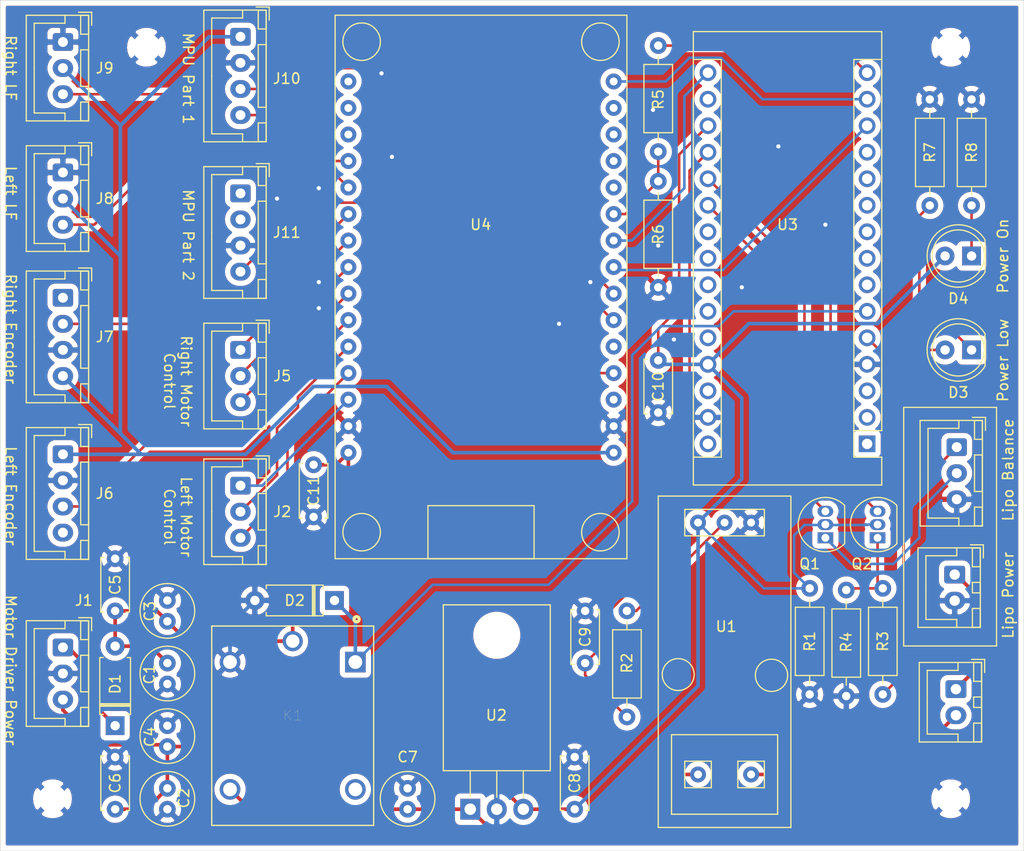
<source format=kicad_pcb>
(kicad_pcb (version 20171130) (host pcbnew 5.1.6-c6e7f7d~86~ubuntu18.04.1)
  (layers (0 F.Cu signal) (31 B.Cu signal hide) (34 B.Paste user hide) (35 F.Paste user hide) (36 B.SilkS user) (37 F.SilkS user) (38 B.Mask user) (39 F.Mask user) (44 Edge.Cuts user))
  (net 0 "")
  (net 1 GND)
  (net 2 +5V)
  (net 3 +BATT)
  (net 4 "Net-(K1-PadNC)")
  (net 5 /LIPO_7.4V_AIN)
  (net 6 /POWER_LOW_OUT)
  (net 7 /LIPO_3.7V_AIN)
  (net 8 /CURRENT_AIN)
  (net 9 +3V3)
  (net 10 /MOTOR_VIN)
  (net 11 /MCU_INT)
  (net 12 "Net-(J11-Pad2)")
  (net 13 "Net-(J11-Pad1)")
  (net 14 /LIPO_3.7V)
  (net 15 /LIPO_7.4V)
  (net 16 /RIGHT_LF_OUT)
  (net 17 /RIGHT_ENC_OUT)
  (net 18 /RIGHT_MOTOR_EN)
  (net 19 /RIGHT_MOTOR_IN1)
  (net 20 /RIGHT_MOTOR_IN2)
  (net 21 /LEFT_MOTOR_IN1)
  (net 22 /LEFT_MOTOR_IN2)
  (net 23 /LEFT_MOTOR_EN)
  (net 24 /LEFT_ENC_OUT)
  (net 25 /LEFT_LF_OUT)
  (net 26 /SPI_SCK)
  (net 27 /SPI_MISO_5V)
  (net 28 /SPI_MOSI)
  (net 29 /SPI_SS)
  (net 30 /SPI_MISO_3V3)
  (net 31 /MPU_SCL)
  (net 32 /MPU_SDA)
  (net 33 VCC)
  (net 34 "Net-(SW1-Pad2)")
  (net 35 "Net-(BT1-Pad1)")
  (net 36 "Net-(U4-Pad28)")
  (net 37 "Net-(U4-Pad26)")
  (net 38 "Net-(U4-Pad3)")
  (net 39 "Net-(U4-Pad2)")
  (net 40 "Net-(U4-Pad1)")
  (net 41 /RELAY_CONTROL)
  (net 42 /CURRENT_MEASUREMENT)
  (net 43 "Net-(D3-Pad1)")
  (net 44 "Net-(D4-Pad1)")
  (net 45 "Net-(J6-Pad4)")
  (net 46 "Net-(J7-Pad1)")
  (net 47 "Net-(Q2-Pad1)")
  (net 48 "Net-(U3-Pad30)")
  (net 49 "Net-(U3-Pad28)")
  (net 50 "Net-(U3-Pad12)")
  (net 51 "Net-(U3-Pad11)")
  (net 52 "Net-(U3-Pad26)")
  (net 53 "Net-(U3-Pad10)")
  (net 54 "Net-(U3-Pad25)")
  (net 55 "Net-(U3-Pad9)")
  (net 56 "Net-(U3-Pad24)")
  (net 57 "Net-(U3-Pad8)")
  (net 58 "Net-(U3-Pad23)")
  (net 59 "Net-(U3-Pad7)")
  (net 60 "Net-(U3-Pad22)")
  (net 61 "Net-(U3-Pad3)")
  (net 62 "Net-(U3-Pad2)")
  (net 63 "Net-(U3-Pad17)")
  (net 64 "Net-(U3-Pad1)")
  (net 65 "Net-(U4-Pad29)")
  (net 66 "Net-(U4-Pad27)")
  (net 67 "Net-(U4-Pad20)")
  (net 68 "Net-(U4-Pad18)")
  (module Module:Arduino_Nano (layer F.Cu) (at 102 62 180)
    (fp_text reference U3 (at 7.62 21) (layer F.SilkS))
    (fp_text value "Arduino Nano")
    (pad 16 thru_hole oval (at 15.24 35.56 180) (size 1.6 1.6) (drill 1) (layers *.Cu *.Mask) (net 26 /SPI_SCK))
    (pad 15 thru_hole oval (at 0 35.56 180) (size 1.6 1.6) (drill 1) (layers *.Cu *.Mask) (net 27 /SPI_MISO_5V))
    (pad 30 thru_hole oval (at 15.24 0 180) (size 1.6 1.6) (drill 1) (layers *.Cu *.Mask) (net 48 "Net-(U3-Pad30)"))
    (pad 14 thru_hole oval (at 0 33.02 180) (size 1.6 1.6) (drill 1) (layers *.Cu *.Mask) (net 28 /SPI_MOSI))
    (pad 29 thru_hole oval (at 15.24 2.54 180) (size 1.6 1.6) (drill 1) (layers *.Cu *.Mask) (net 1 GND))
    (pad 13 thru_hole oval (at 0 30.48 180) (size 1.6 1.6) (drill 1) (layers *.Cu *.Mask) (net 29 /SPI_SS))
    (pad 28 thru_hole oval (at 15.24 5.08 180) (size 1.6 1.6) (drill 1) (layers *.Cu *.Mask) (net 49 "Net-(U3-Pad28)"))
    (pad 12 thru_hole oval (at 0 27.94 180) (size 1.6 1.6) (drill 1) (layers *.Cu *.Mask) (net 50 "Net-(U3-Pad12)"))
    (pad 27 thru_hole oval (at 15.24 7.62 180) (size 1.6 1.6) (drill 1) (layers *.Cu *.Mask) (net 2 +5V))
    (pad 11 thru_hole oval (at 0 25.4 180) (size 1.6 1.6) (drill 1) (layers *.Cu *.Mask) (net 51 "Net-(U3-Pad11)"))
    (pad 26 thru_hole oval (at 15.24 10.16 180) (size 1.6 1.6) (drill 1) (layers *.Cu *.Mask) (net 52 "Net-(U3-Pad26)"))
    (pad 10 thru_hole oval (at 0 22.86 180) (size 1.6 1.6) (drill 1) (layers *.Cu *.Mask) (net 53 "Net-(U3-Pad10)"))
    (pad 25 thru_hole oval (at 15.24 12.7 180) (size 1.6 1.6) (drill 1) (layers *.Cu *.Mask) (net 54 "Net-(U3-Pad25)"))
    (pad 9 thru_hole oval (at 0 20.32 180) (size 1.6 1.6) (drill 1) (layers *.Cu *.Mask) (net 55 "Net-(U3-Pad9)"))
    (pad 24 thru_hole oval (at 15.24 15.24 180) (size 1.6 1.6) (drill 1) (layers *.Cu *.Mask) (net 56 "Net-(U3-Pad24)"))
    (pad 8 thru_hole oval (at 0 17.78 180) (size 1.6 1.6) (drill 1) (layers *.Cu *.Mask) (net 57 "Net-(U3-Pad8)"))
    (pad 23 thru_hole oval (at 15.24 17.78 180) (size 1.6 1.6) (drill 1) (layers *.Cu *.Mask) (net 58 "Net-(U3-Pad23)"))
    (pad 7 thru_hole oval (at 0 15.24 180) (size 1.6 1.6) (drill 1) (layers *.Cu *.Mask) (net 59 "Net-(U3-Pad7)"))
    (pad 22 thru_hole oval (at 15.24 20.32 180) (size 1.6 1.6) (drill 1) (layers *.Cu *.Mask) (net 60 "Net-(U3-Pad22)"))
    (pad 6 thru_hole oval (at 0 12.7 180) (size 1.6 1.6) (drill 1) (layers *.Cu *.Mask) (net 41 /RELAY_CONTROL))
    (pad 21 thru_hole oval (at 15.24 22.86 180) (size 1.6 1.6) (drill 1) (layers *.Cu *.Mask) (net 7 /LIPO_3.7V_AIN))
    (pad 5 thru_hole oval (at 0 10.16 180) (size 1.6 1.6) (drill 1) (layers *.Cu *.Mask) (net 6 /POWER_LOW_OUT))
    (pad 20 thru_hole oval (at 15.24 25.4 180) (size 1.6 1.6) (drill 1) (layers *.Cu *.Mask) (net 5 /LIPO_7.4V_AIN))
    (pad 4 thru_hole oval (at 0 7.62 180) (size 1.6 1.6) (drill 1) (layers *.Cu *.Mask) (net 1 GND))
    (pad 19 thru_hole oval (at 15.24 27.94 180) (size 1.6 1.6) (drill 1) (layers *.Cu *.Mask) (net 8 /CURRENT_AIN))
    (pad 3 thru_hole oval (at 0 5.08 180) (size 1.6 1.6) (drill 1) (layers *.Cu *.Mask) (net 61 "Net-(U3-Pad3)"))
    (pad 18 thru_hole oval (at 15.24 30.48 180) (size 1.6 1.6) (drill 1) (layers *.Cu *.Mask) (net 2 +5V))
    (pad 2 thru_hole oval (at 0 2.54 180) (size 1.6 1.6) (drill 1) (layers *.Cu *.Mask) (net 62 "Net-(U3-Pad2)"))
    (pad 17 thru_hole oval (at 15.24 33.02 180) (size 1.6 1.6) (drill 1) (layers *.Cu *.Mask) (net 63 "Net-(U3-Pad17)"))
    (pad 1 thru_hole rect (at 0 0 180) (size 1.6 1.6) (drill 1) (layers *.Cu *.Mask) (net 64 "Net-(U3-Pad1)"))
  )
  (module MountingHole:MountingHole_2.7mm_M2.5 (layer F.Cu) (at 110 96)
    (fp_text reference H4 hide)
    (fp_text value MountingHole_Pad)
    (pad 1 np_thru_hole circle (at 0 0) (size 2.7 2.7) (drill 2.7) (layers *.Cu *.Mask) (net 1 GND))
  )
  (module MountingHole:MountingHole_2.7mm_M2.5 (layer F.Cu) (at 24 96)
    (fp_text reference H3 hide)
    (fp_text value MountingHole_Pad)
    (pad 1 np_thru_hole circle (at 0 0) (size 2.7 2.7) (drill 2.7) (layers *.Cu *.Mask) (net 1 GND))
  )
  (module MountingHole:MountingHole_2.7mm_M2.5 (layer F.Cu) (at 110 24)
    (fp_text reference H2 hide)
    (fp_text value MountingHole_Pad)
    (pad 1 np_thru_hole circle (at 0 0) (size 2.7 2.7) (drill 2.7) (layers *.Cu *.Mask) (net 1 GND))
  )
  (module MountingHole:MountingHole_2.7mm_M2.5 (layer F.Cu) (at 33 24)
    (fp_text reference H1 hide)
    (fp_text value MountingHole_Pad hide)
    (pad 1 np_thru_hole circle (at 0 0) (size 2.7 2.7) (drill 2.7) (layers *.Cu *.Mask) (net 1 GND))
  )
  (module Z_sensor_breakout_boards:ACs712 (layer F.Cu) (at 82 67)
    (fp_text reference U1 (at 6.5 12.5) (layer F.SilkS))
    (fp_text value "ACS712 Breakout Board")
    (pad 4 thru_hole circle (at 3.81 26.67) (size 1.524 1.524) (drill 0.762) (layers *.Cu *.Mask) (net 3 +BATT))
    (pad 5 thru_hole circle (at 8.89 26.67) (size 1.524 1.524) (drill 0.762) (layers *.Cu *.Mask) (net 34 "Net-(SW1-Pad2)"))
    (pad 3 thru_hole circle (at 8.89 2.54) (size 1.524 1.524) (drill 0.762) (layers *.Cu *.Mask) (net 1 GND))
    (pad 2 thru_hole circle (at 6.35 2.54) (size 1.524 1.524) (drill 0.762) (layers *.Cu *.Mask) (net 42 /CURRENT_MEASUREMENT))
    (pad 1 thru_hole circle (at 3.81 2.54) (size 1.524 1.524) (drill 0.762) (layers *.Cu *.Mask) (net 2 +5V))
  )
  (module Z_connectors_jst:JST_XH_B2B-XH-A_1x02_P2.50mm_Vertical (layer F.Cu) (at 110.5 85.5 270)
    (fp_text reference SW1 hide)
    (fp_text value power_switch)
    (pad 2 thru_hole oval (at 2.5 0 270) (size 1.7 2) (drill 1) (layers *.Cu *.Mask) (net 34 "Net-(SW1-Pad2)"))
    (pad 1 thru_hole roundrect (at 0 0 270) (size 1.7 2) (drill 1) (layers *.Cu *.Mask) (roundrect_rratio 0.147059) (net 35 "Net-(BT1-Pad1)"))
  )
  (module Z_power_lipo:LIPO_2S (layer F.Cu) (at 105.5 58.5)
    (fp_text reference BT1 hide)
    (fp_text value LIPO_2S)
    (pad 4 thru_hole oval (at 5.08 6.31 270) (size 1.7 1.95) (drill 0.95) (layers *.Cu *.Mask) (net 14 /LIPO_3.7V))
    (pad 5 thru_hole oval (at 5.08 8.81 270) (size 1.7 1.95) (drill 0.95) (layers *.Cu *.Mask) (net 1 GND))
    (pad 3 thru_hole roundrect (at 5.08 3.81 270) (size 1.7 1.95) (drill 0.95) (layers *.Cu *.Mask) (roundrect_rratio 0.147) (net 15 /LIPO_7.4V))
    (pad 1 thru_hole roundrect (at 4.88 16.02 270) (size 1.7 2) (drill 1) (layers *.Cu *.Mask) (roundrect_rratio 0.147059) (net 35 "Net-(BT1-Pad1)"))
    (pad 2 thru_hole oval (at 4.88 18.52 270) (size 1.7 2) (drill 1) (layers *.Cu *.Mask) (net 1 GND))
  )
  (module Resistor_THT:R_Axial_DIN0207_L6.3mm_D2.5mm_P10.16mm_Horizontal (layer F.Cu) (at 82 47 90)
    (fp_text reference R6 (at 5.08 0 90) (layer F.SilkS))
    (fp_text value 470k)
    (pad 2 thru_hole oval (at 10.16 0 90) (size 1.6 1.6) (drill 0.8) (layers *.Cu *.Mask) (net 30 /SPI_MISO_3V3))
    (pad 1 thru_hole circle (at 0 0 90) (size 1.6 1.6) (drill 0.8) (layers *.Cu *.Mask) (net 1 GND))
  )
  (module Resistor_THT:R_Axial_DIN0207_L6.3mm_D2.5mm_P10.16mm_Horizontal (layer F.Cu) (at 82 34 90)
    (fp_text reference R5 (at 5 0 90) (layer F.SilkS))
    (fp_text value 470k)
    (pad 2 thru_hole oval (at 10.16 0 90) (size 1.6 1.6) (drill 0.8) (layers *.Cu *.Mask) (net 27 /SPI_MISO_5V))
    (pad 1 thru_hole circle (at 0 0 90) (size 1.6 1.6) (drill 0.8) (layers *.Cu *.Mask) (net 30 /SPI_MISO_3V3))
  )
  (module Capacitor_THT:C_Radial_D5.0mm_H11.0mm_P2.00mm (layer F.Cu) (at 35 79 90)
    (fp_text reference C3 (at 0.963095 -1.681172 90) (layer F.SilkS))
    (fp_text value 1u)
    (pad 2 thru_hole circle (at 2 0 90) (size 1.6 1.6) (drill 0.8) (layers *.Cu *.Mask) (net 1 GND))
    (pad 1 thru_hole circle (at 0 0 90) (size 1.6 1.6) (drill 0.8) (layers *.Cu *.Mask) (net 33 VCC))
  )
  (module Capacitor_THT:C_Radial_D5.0mm_H11.0mm_P2.00mm (layer F.Cu) (at 35 91 90)
    (fp_text reference C4 (at 0.931883 -1.652806 90) (layer F.SilkS))
    (fp_text value 1u)
    (pad 2 thru_hole circle (at 2 0 90) (size 1.6 1.6) (drill 0.8) (layers *.Cu *.Mask) (net 1 GND))
    (pad 1 thru_hole circle (at 0 0 90) (size 1.6 1.6) (drill 0.8) (layers *.Cu *.Mask) (net 2 +5V))
  )
  (module Capacitor_THT:C_Disc_D5.0mm_W2.5mm_P5.00mm (layer F.Cu) (at 30 78 90)
    (fp_text reference C5 (at 2.5 0 90) (layer F.SilkS))
    (fp_text value 0.1u)
    (pad 2 thru_hole circle (at 5 0 90) (size 1.6 1.6) (drill 0.8) (layers *.Cu *.Mask) (net 1 GND))
    (pad 1 thru_hole circle (at 0 0 90) (size 1.6 1.6) (drill 0.8) (layers *.Cu *.Mask) (net 33 VCC))
  )
  (module Capacitor_THT:C_Disc_D5.0mm_W2.5mm_P5.00mm (layer F.Cu) (at 30 92 270)
    (fp_text reference C6 (at 2.5 0 90) (layer F.SilkS))
    (fp_text value 0.1u)
    (pad 2 thru_hole circle (at 5 0 270) (size 1.6 1.6) (drill 0.8) (layers *.Cu *.Mask) (net 2 +5V))
    (pad 1 thru_hole circle (at 0 0 270) (size 1.6 1.6) (drill 0.8) (layers *.Cu *.Mask) (net 1 GND))
  )
  (module Z_esp32:DOIT-DEVKIT-V1 (layer F.Cu) (at 79 73 180)
    (fp_text reference U4 (at 14 32) (layer F.SilkS))
    (fp_text value "ESP32 DOIT Devkit V1")
    (pad 30 thru_hole circle (at 1.27 45.72 180) (size 1.524 1.524) (drill 0.762) (layers *.Cu *.Mask) (net 28 /SPI_MOSI))
    (pad 29 thru_hole circle (at 1.27 43.18 180) (size 1.524 1.524) (drill 0.762) (layers *.Cu *.Mask) (net 65 "Net-(U4-Pad29)"))
    (pad 28 thru_hole circle (at 1.27 40.64 180) (size 1.524 1.524) (drill 0.762) (layers *.Cu *.Mask) (net 36 "Net-(U4-Pad28)"))
    (pad 27 thru_hole circle (at 1.27 38.1 180) (size 1.524 1.524) (drill 0.762) (layers *.Cu *.Mask) (net 66 "Net-(U4-Pad27)"))
    (pad 26 thru_hole circle (at 1.27 35.56 180) (size 1.524 1.524) (drill 0.762) (layers *.Cu *.Mask) (net 37 "Net-(U4-Pad26)"))
    (pad 25 thru_hole circle (at 1.27 33.02 180) (size 1.524 1.524) (drill 0.762) (layers *.Cu *.Mask) (net 30 /SPI_MISO_3V3))
    (pad 24 thru_hole circle (at 1.27 30.48 180) (size 1.524 1.524) (drill 0.762) (layers *.Cu *.Mask) (net 26 /SPI_SCK))
    (pad 23 thru_hole circle (at 1.27 27.94 180) (size 1.524 1.524) (drill 0.762) (layers *.Cu *.Mask) (net 29 /SPI_SS))
    (pad 22 thru_hole circle (at 1.27 25.4 180) (size 1.524 1.524) (drill 0.762) (layers *.Cu *.Mask) (net 31 /MPU_SCL))
    (pad 21 thru_hole circle (at 1.27 22.86 180) (size 1.524 1.524) (drill 0.762) (layers *.Cu *.Mask) (net 32 /MPU_SDA))
    (pad 20 thru_hole circle (at 1.27 20.32 180) (size 1.524 1.524) (drill 0.762) (layers *.Cu *.Mask) (net 67 "Net-(U4-Pad20)"))
    (pad 19 thru_hole circle (at 1.27 17.78 180) (size 1.524 1.524) (drill 0.762) (layers *.Cu *.Mask) (net 11 /MCU_INT))
    (pad 18 thru_hole circle (at 1.27 15.24 180) (size 1.524 1.524) (drill 0.762) (layers *.Cu *.Mask) (net 68 "Net-(U4-Pad18)"))
    (pad 17 thru_hole circle (at 1.27 12.7 180) (size 1.524 1.524) (drill 0.762) (layers *.Cu *.Mask) (net 1 GND))
    (pad 16 thru_hole circle (at 1.27 10.16 180) (size 1.524 1.524) (drill 0.762) (layers *.Cu *.Mask) (net 9 +3V3))
    (pad 15 thru_hole circle (at 26.67 10.16 180) (size 1.524 1.524) (drill 0.762) (layers *.Cu *.Mask) (net 33 VCC))
    (pad 14 thru_hole circle (at 26.67 12.7 180) (size 1.524 1.524) (drill 0.762) (layers *.Cu *.Mask) (net 1 GND))
    (pad 13 thru_hole circle (at 26.67 15.24 180) (size 1.524 1.524) (drill 0.762) (layers *.Cu *.Mask) (net 23 /LEFT_MOTOR_EN))
    (pad 12 thru_hole circle (at 26.67 17.78 180) (size 1.524 1.524) (drill 0.762) (layers *.Cu *.Mask) (net 21 /LEFT_MOTOR_IN1))
    (pad 11 thru_hole circle (at 26.67 20.32 180) (size 1.524 1.524) (drill 0.762) (layers *.Cu *.Mask) (net 22 /LEFT_MOTOR_IN2))
    (pad 10 thru_hole circle (at 26.67 22.86 180) (size 1.524 1.524) (drill 0.762) (layers *.Cu *.Mask) (net 24 /LEFT_ENC_OUT))
    (pad 9 thru_hole circle (at 26.67 25.4 180) (size 1.524 1.524) (drill 0.762) (layers *.Cu *.Mask) (net 18 /RIGHT_MOTOR_EN))
    (pad 8 thru_hole circle (at 26.67 27.94 180) (size 1.524 1.524) (drill 0.762) (layers *.Cu *.Mask) (net 19 /RIGHT_MOTOR_IN1))
    (pad 7 thru_hole circle (at 26.67 30.48 180) (size 1.524 1.524) (drill 0.762) (layers *.Cu *.Mask) (net 20 /RIGHT_MOTOR_IN2))
    (pad 6 thru_hole circle (at 26.67 33.02 180) (size 1.524 1.524) (drill 0.762) (layers *.Cu *.Mask) (net 17 /RIGHT_ENC_OUT))
    (pad 5 thru_hole circle (at 26.67 35.56 180) (size 1.524 1.524) (drill 0.762) (layers *.Cu *.Mask) (net 25 /LEFT_LF_OUT))
    (pad 4 thru_hole circle (at 26.67 38.1 180) (size 1.524 1.524) (drill 0.762) (layers *.Cu *.Mask) (net 16 /RIGHT_LF_OUT))
    (pad 3 thru_hole circle (at 26.67 40.64 180) (size 1.524 1.524) (drill 0.762) (layers *.Cu *.Mask) (net 38 "Net-(U4-Pad3)"))
    (pad 2 thru_hole circle (at 26.67 43.18 180) (size 1.524 1.524) (drill 0.762) (layers *.Cu *.Mask) (net 39 "Net-(U4-Pad2)"))
    (pad 1 thru_hole circle (at 26.67 45.72 180) (size 1.524 1.524) (drill 0.762) (layers *.Cu *.Mask) (net 40 "Net-(U4-Pad1)"))
  )
  (module Resistor_THT:R_Axial_DIN0207_L6.3mm_D2.5mm_P10.16mm_Horizontal (layer F.Cu) (at 79 78 270)
    (fp_text reference R2 (at 5 0 90) (layer F.SilkS))
    (fp_text value 470k)
    (pad 2 thru_hole oval (at 10.16 0 270) (size 1.6 1.6) (drill 0.8) (layers *.Cu *.Mask) (net 8 /CURRENT_AIN))
    (pad 1 thru_hole circle (at 0 0 270) (size 1.6 1.6) (drill 0.8) (layers *.Cu *.Mask) (net 42 /CURRENT_MEASUREMENT))
  )
  (module Resistor_THT:R_Axial_DIN0207_L6.3mm_D2.5mm_P10.16mm_Horizontal (layer F.Cu) (at 108 29 270)
    (fp_text reference R7 (at 5.08 0 90) (layer F.SilkS))
    (fp_text value 470 hide)
    (pad 2 thru_hole oval (at 10.16 0 270) (size 1.6 1.6) (drill 0.8) (layers *.Cu *.Mask) (net 43 "Net-(D3-Pad1)"))
    (pad 1 thru_hole circle (at 0 0 270) (size 1.6 1.6) (drill 0.8) (layers *.Cu *.Mask) (net 1 GND))
  )
  (module Resistor_THT:R_Axial_DIN0207_L6.3mm_D2.5mm_P10.16mm_Horizontal (layer F.Cu) (at 112 29 270)
    (fp_text reference R8 (at 5.08 0 90) (layer F.SilkS))
    (fp_text value 470 hide)
    (pad 2 thru_hole oval (at 10.16 0 270) (size 1.6 1.6) (drill 0.8) (layers *.Cu *.Mask) (net 44 "Net-(D4-Pad1)"))
    (pad 1 thru_hole circle (at 0 0 270) (size 1.6 1.6) (drill 0.8) (layers *.Cu *.Mask) (net 1 GND))
  )
  (module Z_connectors_jst:JST_XH_B4B-XH-A_1x04_P2.50mm_Vertical (layer F.Cu) (at 42 38 270)
    (fp_text reference J11 (at 3.75 -3 180) (layer F.SilkS) (effects (justify left)))
    (fp_text value "MCU Part 2")
    (pad 4 thru_hole oval (at 7.5 0 270) (size 1.7 1.95) (drill 0.95) (layers *.Cu *.Mask) (net 11 /MCU_INT))
    (pad 3 thru_hole oval (at 5 0 270) (size 1.7 1.95) (drill 0.95) (layers *.Cu *.Mask) (net 1 GND))
    (pad 2 thru_hole oval (at 2.5 0 270) (size 1.7 1.95) (drill 0.95) (layers *.Cu *.Mask) (net 12 "Net-(J11-Pad2)"))
    (pad 1 thru_hole roundrect (at 0 0 270) (size 1.7 1.95) (drill 0.95) (layers *.Cu *.Mask) (roundrect_rratio 0.147059) (net 13 "Net-(J11-Pad1)"))
  )
  (module Z_connectors_jst:JST_XH_B4B-XH-A_1x04_P2.50mm_Vertical (layer F.Cu) (at 42 23 270)
    (fp_text reference J10 (at 4 -3 180) (layer F.SilkS) (effects (justify left)))
    (fp_text value "MCU Part 1")
    (pad 4 thru_hole oval (at 7.5 0 270) (size 1.7 1.95) (drill 0.95) (layers *.Cu *.Mask) (net 32 /MPU_SDA))
    (pad 3 thru_hole oval (at 5 0 270) (size 1.7 1.95) (drill 0.95) (layers *.Cu *.Mask) (net 31 /MPU_SCL))
    (pad 2 thru_hole oval (at 2.5 0 270) (size 1.7 1.95) (drill 0.95) (layers *.Cu *.Mask) (net 1 GND))
    (pad 1 thru_hole roundrect (at 0 0 270) (size 1.7 1.95) (drill 0.95) (layers *.Cu *.Mask) (roundrect_rratio 0.147059) (net 9 +3V3))
  )
  (module Diode_THT:D_A-405_P7.62mm_Horizontal (layer F.Cu) (at 30 89 90)
    (fp_text reference D1 (at 4 0 90) (layer F.SilkS))
    (fp_text value 1N4007)
    (pad 2 thru_hole oval (at 7.62 0 90) (size 1.8 1.8) (drill 0.9) (layers *.Cu *.Mask) (net 33 VCC))
    (pad 1 thru_hole rect (at 0 0 90) (size 1.8 1.8) (drill 0.9) (layers *.Cu *.Mask) (net 10 /MOTOR_VIN))
  )
  (module Diode_THT:D_A-405_P7.62mm_Horizontal (layer F.Cu) (at 51 77 180)
    (fp_text reference D2 (at 3.81 0) (layer F.SilkS))
    (fp_text value 1N4007)
    (pad 2 thru_hole oval (at 7.62 0 180) (size 1.8 1.8) (drill 0.9) (layers *.Cu *.Mask) (net 1 GND))
    (pad 1 thru_hole rect (at 0 0 180) (size 1.8 1.8) (drill 0.9) (layers *.Cu *.Mask) (net 41 /RELAY_CONTROL))
  )
  (module LED_THT:LED_D5.0mm (layer F.Cu) (at 112 53 180)
    (fp_text reference D3 (at 1.266979 -4.0732) (layer F.SilkS))
    (fp_text value "POWER LOW LED")
    (pad 2 thru_hole circle (at 2.54 0 180) (size 1.8 1.8) (drill 0.9) (layers *.Cu *.Mask) (net 6 /POWER_LOW_OUT))
    (pad 1 thru_hole rect (at 0 0 180) (size 1.8 1.8) (drill 0.9) (layers *.Cu *.Mask) (net 43 "Net-(D3-Pad1)"))
  )
  (module Capacitor_THT:C_Disc_D5.0mm_W2.5mm_P5.00mm (layer F.Cu) (at 49 69 90)
    (fp_text reference C11 (at 2.5 0 90) (layer F.SilkS))
    (fp_text value 0.1u)
    (pad 2 thru_hole circle (at 5 0 90) (size 1.6 1.6) (drill 0.8) (layers *.Cu *.Mask) (net 33 VCC))
    (pad 1 thru_hole circle (at 0 0 90) (size 1.6 1.6) (drill 0.8) (layers *.Cu *.Mask) (net 1 GND))
  )
  (module Capacitor_THT:C_Disc_D5.0mm_W2.5mm_P5.00mm (layer F.Cu) (at 82 54 270)
    (fp_text reference C10 (at 2.5 0 90) (layer F.SilkS))
    (fp_text value 0.1u)
    (pad 2 thru_hole circle (at 5 0 270) (size 1.6 1.6) (drill 0.8) (layers *.Cu *.Mask) (net 1 GND))
    (pad 1 thru_hole circle (at 0 0 270) (size 1.6 1.6) (drill 0.8) (layers *.Cu *.Mask) (net 2 +5V))
  )
  (module Capacitor_THT:C_Radial_D5.0mm_H11.0mm_P2.00mm (layer F.Cu) (at 35 83 270)
    (fp_text reference C1 (at 1.068157 1.719074 90) (layer F.SilkS))
    (fp_text value 10u)
    (pad 2 thru_hole circle (at 2 0 270) (size 1.6 1.6) (drill 0.8) (layers *.Cu *.Mask) (net 1 GND))
    (pad 1 thru_hole circle (at 0 0 270) (size 1.6 1.6) (drill 0.8) (layers *.Cu *.Mask) (net 33 VCC))
  )
  (module Capacitor_THT:C_Radial_D5.0mm_H11.0mm_P2.00mm (layer F.Cu) (at 35 95 270)
    (fp_text reference C2 (at 0.937577 -1.584689 90) (layer F.SilkS))
    (fp_text value 10u)
    (pad 2 thru_hole circle (at 2 0 270) (size 1.6 1.6) (drill 0.8) (layers *.Cu *.Mask) (net 1 GND))
    (pad 1 thru_hole circle (at 0 0 270) (size 1.6 1.6) (drill 0.8) (layers *.Cu *.Mask) (net 2 +5V))
  )
  (module Capacitor_THT:C_Disc_D5.0mm_W2.5mm_P5.00mm (layer F.Cu) (at 75 83 90)
    (fp_text reference C9 (at 2.5 0 90) (layer F.SilkS))
    (fp_text value 0.1u)
    (pad 2 thru_hole circle (at 5 0 90) (size 1.6 1.6) (drill 0.8) (layers *.Cu *.Mask) (net 1 GND))
    (pad 1 thru_hole circle (at 0 0 90) (size 1.6 1.6) (drill 0.8) (layers *.Cu *.Mask) (net 8 /CURRENT_AIN))
  )
  (module Capacitor_THT:C_Disc_D5.0mm_W2.5mm_P5.00mm (layer F.Cu) (at 74 97 90)
    (fp_text reference C8 (at 2.5 0 90) (layer F.SilkS))
    (fp_text value 0.1u)
    (pad 2 thru_hole circle (at 5 0 90) (size 1.6 1.6) (drill 0.8) (layers *.Cu *.Mask) (net 1 GND))
    (pad 1 thru_hole circle (at 0 0 90) (size 1.6 1.6) (drill 0.8) (layers *.Cu *.Mask) (net 2 +5V))
  )
  (module Capacitor_THT:C_Radial_D5.0mm_H11.0mm_P2.00mm (layer F.Cu) (at 58 97 90)
    (fp_text reference C7 (at 5 0 180) (layer F.SilkS))
    (fp_text value 1u)
    (pad 2 thru_hole circle (at 2 0 90) (size 1.6 1.6) (drill 0.8) (layers *.Cu *.Mask) (net 1 GND))
    (pad 1 thru_hole circle (at 0 0 90) (size 1.6 1.6) (drill 0.8) (layers *.Cu *.Mask) (net 3 +BATT))
  )
  (module Z_relays:SRD-05VDC-SL-C (layer F.Cu) (at 47 89 270)
    (fp_text reference K1 (at -1 0 180) (layer F.SilkS) (effects (font (size 1.000094 1.000094) (thickness 0.015))))
    (fp_text value RELAY_SRD-05VDC-SL-C)
    (pad NC thru_hole circle (at 6.1 -6 270) (size 1.98 1.98) (drill 1.32) (layers *.Cu *.Mask) (net 4 "Net-(K1-PadNC)"))
    (pad NO thru_hole circle (at 6.1 6 270) (size 1.98 1.98) (drill 1.32) (layers *.Cu *.Mask) (net 3 +BATT))
    (pad A2 thru_hole circle (at -6.1 6 270) (size 1.98 1.98) (drill 1.32) (layers *.Cu *.Mask) (net 1 GND))
    (pad COM thru_hole circle (at -8.1 0 270) (size 1.935 1.935) (drill 1.29) (layers *.Cu *.Mask) (net 33 VCC))
    (pad A1 thru_hole rect (at -6.1 -6 270) (size 1.98 1.98) (drill 1.32) (layers *.Cu *.Mask) (net 41 /RELAY_CONTROL))
  )
  (module Package_TO_SOT_THT:TO-220-3_Horizontal_TabDown (layer F.Cu) (at 64 97)
    (fp_text reference U2 (at 2.5 -9) (layer F.SilkS))
    (fp_text value L7805)
    (pad 3 thru_hole oval (at 5.08 0) (size 1.905 2) (drill 1.1) (layers *.Cu *.Mask) (net 2 +5V))
    (pad 2 thru_hole oval (at 2.54 0) (size 1.905 2) (drill 1.1) (layers *.Cu *.Mask) (net 1 GND))
    (pad 1 thru_hole rect (at 0 0) (size 1.905 2) (drill 1.1) (layers *.Cu *.Mask) (net 3 +BATT))
    (pad "" np_thru_hole oval (at 2.54 -16.66) (size 3.5 3.5) (drill 3.5) (layers *.Cu *.Mask))
  )
  (module Resistor_THT:R_Axial_DIN0207_L6.3mm_D2.5mm_P10.16mm_Horizontal (layer F.Cu) (at 96.5 86 90)
    (fp_text reference R1 (at 5.08 0 90) (layer F.SilkS))
    (fp_text value 100k hide)
    (pad 2 thru_hole oval (at 10.16 0 90) (size 1.6 1.6) (drill 0.8) (layers *.Cu *.Mask) (net 2 +5V))
    (pad 1 thru_hole circle (at 0 0 90) (size 1.6 1.6) (drill 0.8) (layers *.Cu *.Mask) (net 1 GND))
  )
  (module Resistor_THT:R_Axial_DIN0207_L6.3mm_D2.5mm_P10.16mm_Horizontal (layer F.Cu) (at 100 76 270)
    (fp_text reference R4 (at 5 0 90) (layer F.SilkS))
    (fp_text value 1M hide)
    (pad 2 thru_hole oval (at 10.16 0 270) (size 1.6 1.6) (drill 0.8) (layers *.Cu *.Mask) (net 1 GND))
    (pad 1 thru_hole circle (at 0 0 270) (size 1.6 1.6) (drill 0.8) (layers *.Cu *.Mask) (net 47 "Net-(Q2-Pad1)"))
  )
  (module Resistor_THT:R_Axial_DIN0207_L6.3mm_D2.5mm_P10.16mm_Horizontal (layer F.Cu) (at 103.5 86 90)
    (fp_text reference R3 (at 5.08 0 90) (layer F.SilkS))
    (fp_text value 1M hide)
    (pad 2 thru_hole oval (at 10.16 0 90) (size 1.6 1.6) (drill 0.8) (layers *.Cu *.Mask) (net 47 "Net-(Q2-Pad1)"))
    (pad 1 thru_hole circle (at 0 0 90) (size 1.6 1.6) (drill 0.8) (layers *.Cu *.Mask) (net 15 /LIPO_7.4V))
  )
  (module Package_TO_SOT_THT:TO-92_Inline (layer F.Cu) (at 98 71 90)
    (fp_text reference Q1 (at -2.5 -1.5 180) (layer F.SilkS))
    (fp_text value 2N7000 hide)
    (pad 1 thru_hole rect (at 0 0 90) (size 1.05 1.5) (drill 0.75) (layers *.Cu *.Mask) (net 14 /LIPO_3.7V))
    (pad 3 thru_hole oval (at 2.54 0 90) (size 1.05 1.5) (drill 0.75) (layers *.Cu *.Mask) (net 7 /LIPO_3.7V_AIN))
    (pad 2 thru_hole oval (at 1.27 0 90) (size 1.05 1.5) (drill 0.75) (layers *.Cu *.Mask) (net 2 +5V))
  )
  (module Package_TO_SOT_THT:TO-92_Inline (layer F.Cu) (at 103 71 90)
    (fp_text reference Q2 (at -2.5 -1.5 180) (layer F.SilkS))
    (fp_text value 2N7000)
    (pad 1 thru_hole rect (at 0 0 90) (size 1.05 1.5) (drill 0.75) (layers *.Cu *.Mask) (net 47 "Net-(Q2-Pad1)"))
    (pad 3 thru_hole oval (at 2.54 0 90) (size 1.05 1.5) (drill 0.75) (layers *.Cu *.Mask) (net 5 /LIPO_7.4V_AIN))
    (pad 2 thru_hole oval (at 1.27 0 90) (size 1.05 1.5) (drill 0.75) (layers *.Cu *.Mask) (net 2 +5V))
  )
  (module Z_connectors_jst:JST_XH_B3B-XH-A_1x03_P2.50mm_Vertical (layer F.Cu) (at 25 81.5 270)
    (fp_text reference J1 (at -4.5 -2 180) (layer F.SilkS))
    (fp_text value "Motor Driver Power")
    (pad 3 thru_hole oval (at 5 0 270) (size 1.7 1.95) (drill 0.95) (layers *.Cu *.Mask) (net 2 +5V))
    (pad 2 thru_hole oval (at 2.5 0 270) (size 1.7 1.95) (drill 0.95) (layers *.Cu *.Mask) (net 1 GND))
    (pad 1 thru_hole roundrect (at 0 0 270) (size 1.7 1.95) (drill 0.95) (layers *.Cu *.Mask) (roundrect_rratio 0.147059) (net 10 /MOTOR_VIN))
  )
  (module Z_connectors_jst:JST_XH_B3B-XH-A_1x03_P2.50mm_Vertical (layer F.Cu) (at 25 36 270)
    (fp_text reference J8 (at 2.5 -4) (layer F.SilkS))
    (fp_text value "Left Line Follower")
    (pad 3 thru_hole oval (at 5 0 270) (size 1.7 1.95) (drill 0.95) (layers *.Cu *.Mask) (net 25 /LEFT_LF_OUT))
    (pad 2 thru_hole oval (at 2.5 0 270) (size 1.7 1.95) (drill 0.95) (layers *.Cu *.Mask) (net 9 +3V3))
    (pad 1 thru_hole roundrect (at 0 0 270) (size 1.7 1.95) (drill 0.95) (layers *.Cu *.Mask) (roundrect_rratio 0.147059) (net 1 GND))
  )
  (module Z_connectors_jst:JST_XH_B4B-XH-A_1x04_P2.50mm_Vertical (layer F.Cu) (at 25 63 270)
    (fp_text reference J6 (at 3.75 -4 180) (layer F.SilkS))
    (fp_text value "Left Encoder")
    (pad 4 thru_hole oval (at 7.5 0 270) (size 1.7 1.95) (drill 0.95) (layers *.Cu *.Mask) (net 45 "Net-(J6-Pad4)"))
    (pad 3 thru_hole oval (at 5 0 270) (size 1.7 1.95) (drill 0.95) (layers *.Cu *.Mask) (net 24 /LEFT_ENC_OUT))
    (pad 2 thru_hole oval (at 2.5 0 270) (size 1.7 1.95) (drill 0.95) (layers *.Cu *.Mask) (net 1 GND))
    (pad 1 thru_hole roundrect (at 0 0 270) (size 1.7 1.95) (drill 0.95) (layers *.Cu *.Mask) (roundrect_rratio 0.147059) (net 9 +3V3))
  )
  (module Z_connectors_jst:JST_XH_B3B-XH-A_1x03_P2.50mm_Vertical (layer F.Cu) (at 42 66 270)
    (fp_text reference J2 (at 2.5 -4 180) (layer F.SilkS))
    (fp_text value "Left Motor Control")
    (pad 3 thru_hole oval (at 5 0 270) (size 1.7 1.95) (drill 0.95) (layers *.Cu *.Mask) (net 21 /LEFT_MOTOR_IN1))
    (pad 2 thru_hole oval (at 2.5 0 270) (size 1.7 1.95) (drill 0.95) (layers *.Cu *.Mask) (net 22 /LEFT_MOTOR_IN2))
    (pad 1 thru_hole roundrect (at 0 0 270) (size 1.7 1.95) (drill 0.95) (layers *.Cu *.Mask) (roundrect_rratio 0.147059) (net 23 /LEFT_MOTOR_EN))
  )
  (module Z_connectors_jst:JST_XH_B3B-XH-A_1x03_P2.50mm_Vertical (layer F.Cu) (at 42 53 270)
    (fp_text reference J5 (at 2.5 -4 180) (layer F.SilkS))
    (fp_text value "Right Motor Control")
    (pad 3 thru_hole oval (at 5 0 270) (size 1.7 1.95) (drill 0.95) (layers *.Cu *.Mask) (net 18 /RIGHT_MOTOR_EN))
    (pad 2 thru_hole oval (at 2.5 0 270) (size 1.7 1.95) (drill 0.95) (layers *.Cu *.Mask) (net 19 /RIGHT_MOTOR_IN1))
    (pad 1 thru_hole roundrect (at 0 0 270) (size 1.7 1.95) (drill 0.95) (layers *.Cu *.Mask) (roundrect_rratio 0.147059) (net 20 /RIGHT_MOTOR_IN2))
  )
  (module Z_connectors_jst:JST_XH_B4B-XH-A_1x04_P2.50mm_Vertical (layer F.Cu) (at 25 48 270)
    (fp_text reference J7 (at 3.75 -4 180) (layer F.SilkS))
    (fp_text value "Right Encoder")
    (pad 4 thru_hole oval (at 7.5 0 270) (size 1.7 1.95) (drill 0.95) (layers *.Cu *.Mask) (net 9 +3V3))
    (pad 3 thru_hole oval (at 5 0 270) (size 1.7 1.95) (drill 0.95) (layers *.Cu *.Mask) (net 1 GND))
    (pad 2 thru_hole oval (at 2.5 0 270) (size 1.7 1.95) (drill 0.95) (layers *.Cu *.Mask) (net 17 /RIGHT_ENC_OUT))
    (pad 1 thru_hole roundrect (at 0 0 270) (size 1.7 1.95) (drill 0.95) (layers *.Cu *.Mask) (roundrect_rratio 0.147059) (net 46 "Net-(J7-Pad1)"))
  )
  (module Z_connectors_jst:JST_XH_B3B-XH-A_1x03_P2.50mm_Vertical (layer F.Cu) (at 25 23.5 270)
    (fp_text reference J9 (at 2.5 -4) (layer F.SilkS))
    (fp_text value "Right Line Follower")
    (pad 3 thru_hole oval (at 5 0 270) (size 1.7 1.95) (drill 0.95) (layers *.Cu *.Mask) (net 16 /RIGHT_LF_OUT))
    (pad 2 thru_hole oval (at 2.5 0 270) (size 1.7 1.95) (drill 0.95) (layers *.Cu *.Mask) (net 9 +3V3))
    (pad 1 thru_hole roundrect (at 0 0 270) (size 1.7 1.95) (drill 0.95) (layers *.Cu *.Mask) (roundrect_rratio 0.147059) (net 1 GND))
  )
  (module LED_THT:LED_D5.0mm (layer F.Cu) (at 112 44 180)
    (fp_text reference D4 (at 1.266979 -4.08174) (layer F.SilkS))
    (fp_text value "POWER ON LED")
    (pad 2 thru_hole circle (at 2.54 0 180) (size 1.8 1.8) (drill 0.9) (layers *.Cu *.Mask) (net 2 +5V))
    (pad 1 thru_hole rect (at 0 0 180) (size 1.8 1.8) (drill 0.9) (layers *.Cu *.Mask) (net 44 "Net-(D4-Pad1)"))
  )
  (gr_line (start 19 101) (end 19 99.5) (layer Edge.Cuts) (width 0.05))
  (gr_line (start 117 101) (end 19 101) (layer Edge.Cuts) (width 0.05))
  (gr_line (start 117 99) (end 117 101) (layer Edge.Cuts) (width 0.05))
  (gr_line (start 117 97) (end 117 99) (layer Edge.Cuts) (width 0.05))
  (gr_line (start 117 19.5) (end 117 97) (layer Edge.Cuts) (width 0.05))
  (gr_line (start 116 19.5) (end 117 19.5) (layer Edge.Cuts) (width 0.05))
  (gr_line (start 115.5 19.5) (end 116 19.5) (layer Edge.Cuts) (width 0.05))
  (gr_line (start 19 19.5) (end 115.5 19.5) (layer Edge.Cuts) (width 0.05))
  (gr_line (start 19 99.5) (end 19 19.5) (layer Edge.Cuts) (width 0.05))
  (gr_text "Left Motor\nControl" (at 36 69 270) (layer F.SilkS) (effects (font (size 1 1))))
  (gr_text "Right Motor\nControl" (at 36 56 270) (layer F.SilkS) (effects (font (size 1 1))))
  (gr_text "MPU Part 2" (at 37 42 270) (layer F.SilkS) (effects (font (size 1 1))))
  (gr_text "MPU Part 1" (at 37 27 270) (layer F.SilkS) (effects (font (size 1 1))))
  (gr_text "Right LF" (at 20 26 270) (layer F.SilkS) (effects (font (size 1 1))))
  (gr_text "Left LF" (at 20 38 270) (layer F.SilkS) (effects (font (size 1 1))))
  (gr_text "Right Encoder" (at 20 51 270) (layer F.SilkS) (effects (font (size 1 1))))
  (gr_text "Left Encoder" (at 20 67 270) (layer F.SilkS) (effects (font (size 1 1))))
  (gr_text "Motor Driver Power" (at 20 91 270) (layer F.SilkS) (effects (font (size 1 1)) (justify right)))
  (gr_text "Power On" (at 115 44 90) (layer F.SilkS) (effects (font (size 1 1))))
  (gr_text "Power Low" (at 115 54 90) (layer F.SilkS) (effects (font (size 1 1))))
  (gr_text "Lipo Balance" (at 115.5 64.5 90) (layer F.SilkS) (effects (font (size 1 1))))
  (gr_text "Lipo Power" (at 115.5 76.5 90) (layer F.SilkS) (effects (font (size 1 1))))
  (segment (start 41 79.38) (end 43.38 77) (width 0.35) (layer B.Cu) (net 1))
  (segment (start 41 82.9) (end 41 79.38) (width 0.35) (layer B.Cu) (net 1))
  (via (at 56.5 34.5) (size 0.8) (drill 0.4) (layers F.Cu B.Cu) (net 1))
  (via (at 72.5 50.5) (size 0.8) (drill 0.4) (layers F.Cu B.Cu) (net 1))
  (via (at 93.5 33.5) (size 0.8) (drill 0.4) (layers F.Cu B.Cu) (net 1))
  (via (at 98 41) (size 0.8) (drill 0.4) (layers F.Cu B.Cu) (net 1))
  (via (at 90 47) (size 0.8) (drill 0.4) (layers F.Cu B.Cu) (net 1))
  (via (at 81.5 30) (size 0.8) (drill 0.4) (layers F.Cu B.Cu) (net 1))
  (via (at 82 43) (size 0.8) (drill 0.4) (layers F.Cu B.Cu) (net 1))
  (via (at 45.5 38.5) (size 0.8) (drill 0.4) (layers F.Cu B.Cu) (net 1))
  (via (at 55.5 26.5) (size 0.8) (drill 0.4) (layers F.Cu B.Cu) (net 1))
  (via (at 75.5 46.5) (size 0.8) (drill 0.4) (layers F.Cu B.Cu) (net 1))
  (via (at 83.5 52) (size 0.8) (drill 0.4) (layers F.Cu B.Cu) (net 1))
  (via (at 49.5 37.5) (size 0.8) (drill 0.4) (layers F.Cu B.Cu) (net 1))
  (via (at 49.5 46.5) (size 0.8) (drill 0.4) (layers F.Cu B.Cu) (net 1))
  (via (at 49.5 49) (size 0.8) (drill 0.4) (layers F.Cu B.Cu) (net 1))
  (segment (start 96 69.77) (end 95 70.77) (width 0.25) (layer B.Cu) (net 2))
  (segment (start 97 69.77) (end 96 69.77) (width 0.25) (layer B.Cu) (net 2))
  (segment (start 95 70.77) (end 95 74.34) (width 0.25) (layer B.Cu) (net 2))
  (segment (start 69.08 97) (end 74 97) (width 0.35) (layer F.Cu) (net 2))
  (segment (start 85.81 85.19) (end 85.81 69.54) (width 0.35) (layer B.Cu) (net 2))
  (segment (start 74 97) (end 85.81 85.19) (width 0.35) (layer B.Cu) (net 2))
  (segment (start 63.08 91) (end 35 91) (width 0.35) (layer F.Cu) (net 2))
  (segment (start 69.08 97) (end 63.08 91) (width 0.35) (layer F.Cu) (net 2))
  (segment (start 35 91) (end 35 95) (width 0.35) (layer F.Cu) (net 2))
  (segment (start 34.5 95.5) (end 35 95) (width 0.35) (layer F.Cu) (net 2))
  (segment (start 90.664999 50.475001) (end 86.76 54.38) (width 0.35) (layer B.Cu) (net 2))
  (segment (start 102.984999 50.475001) (end 90.664999 50.475001) (width 0.35) (layer B.Cu) (net 2))
  (segment (start 109.46 44) (end 102.984999 50.475001) (width 0.35) (layer B.Cu) (net 2))
  (segment (start 82.38 54.38) (end 82 54) (width 0.35) (layer B.Cu) (net 2))
  (segment (start 86.76 54.38) (end 82.38 54.38) (width 0.35) (layer B.Cu) (net 2))
  (segment (start 90 57.62) (end 86.76 54.38) (width 0.35) (layer B.Cu) (net 2))
  (segment (start 85.81 69.54) (end 90 65.35) (width 0.35) (layer B.Cu) (net 2))
  (segment (start 90 65.35) (end 90 57.62) (width 0.35) (layer B.Cu) (net 2))
  (segment (start 95 74.34) (end 96.5 75.84) (width 0.25) (layer B.Cu) (net 2))
  (segment (start 92.11 75.84) (end 96.5 75.84) (width 0.25) (layer B.Cu) (net 2))
  (segment (start 85.81 69.54) (end 92.11 75.84) (width 0.25) (layer B.Cu) (net 2))
  (segment (start 86.76 31.52) (end 84 34.28) (width 0.25) (layer F.Cu) (net 2))
  (segment (start 84 34.28) (end 84 49) (width 0.25) (layer F.Cu) (net 2))
  (segment (start 82 51) (end 82 54) (width 0.25) (layer F.Cu) (net 2))
  (segment (start 84 49) (end 82 51) (width 0.25) (layer F.Cu) (net 2))
  (segment (start 25 86.5) (end 25 87.5) (width 0.35) (layer F.Cu) (net 2))
  (segment (start 34.824999 90.824999) (end 35 91) (width 0.35) (layer F.Cu) (net 2))
  (segment (start 28.324999 90.824999) (end 34.824999 90.824999) (width 0.35) (layer F.Cu) (net 2))
  (segment (start 25 87.5) (end 28.324999 90.824999) (width 0.35) (layer F.Cu) (net 2))
  (segment (start 33 97) (end 35 95) (width 0.35) (layer F.Cu) (net 2))
  (segment (start 30 97) (end 33 97) (width 0.35) (layer F.Cu) (net 2))
  (segment (start 101.81 69.73) (end 101.77 69.77) (width 0.25) (layer B.Cu) (net 2))
  (segment (start 103 69.73) (end 101.81 69.73) (width 0.25) (layer B.Cu) (net 2))
  (segment (start 102 69.77) (end 101.77 69.77) (width 0.25) (layer B.Cu) (net 2))
  (segment (start 101.77 69.77) (end 97 69.77) (width 0.25) (layer B.Cu) (net 2))
  (segment (start 85.81 93.67) (end 80.83 93.67) (width 0.35) (layer F.Cu) (net 3))
  (segment (start 80.83 93.67) (end 75.5 99) (width 0.35) (layer F.Cu) (net 3))
  (segment (start 66 99) (end 64 97) (width 0.35) (layer F.Cu) (net 3))
  (segment (start 75.5 99) (end 66 99) (width 0.35) (layer F.Cu) (net 3))
  (segment (start 58 97) (end 64 97) (width 0.35) (layer F.Cu) (net 3))
  (segment (start 42.9 97) (end 41 95.1) (width 0.35) (layer F.Cu) (net 3))
  (segment (start 58 97) (end 42.9 97) (width 0.35) (layer F.Cu) (net 3))
  (segment (start 98.5 48.34) (end 98.46 48.3) (width 0.25) (layer F.Cu) (net 5))
  (segment (start 98.46 48.3) (end 86.76 36.6) (width 0.25) (layer F.Cu) (net 5))
  (segment (start 103 68.46) (end 102.96 68.46) (width 0.25) (layer F.Cu) (net 5))
  (segment (start 98.5 64) (end 98.5 48.34) (width 0.25) (layer F.Cu) (net 5))
  (segment (start 102.96 68.46) (end 98.5 64) (width 0.25) (layer F.Cu) (net 5))
  (segment (start 103.16 53) (end 102 51.84) (width 0.25) (layer F.Cu) (net 6))
  (segment (start 109.46 53) (end 103.16 53) (width 0.25) (layer F.Cu) (net 6))
  (segment (start 96 48.38) (end 86.76 39.14) (width 0.25) (layer F.Cu) (net 7))
  (segment (start 96 66.46) (end 98 68.46) (width 0.25) (layer F.Cu) (net 7))
  (segment (start 96 48.38) (end 96 66.46) (width 0.25) (layer F.Cu) (net 7))
  (segment (start 79 88.16) (end 77 86.16) (width 0.25) (layer F.Cu) (net 8))
  (segment (start 75 84.16) (end 77 86.16) (width 0.25) (layer F.Cu) (net 8))
  (segment (start 75 83) (end 75 84.16) (width 0.25) (layer F.Cu) (net 8))
  (segment (start 77 78.334998) (end 81 74.334998) (width 0.25) (layer F.Cu) (net 8))
  (segment (start 75 83) (end 77 81) (width 0.25) (layer F.Cu) (net 8))
  (segment (start 77 81) (end 77 78.334998) (width 0.25) (layer F.Cu) (net 8))
  (segment (start 81 74.334998) (end 81 65.5) (width 0.25) (layer F.Cu) (net 8))
  (segment (start 81 65.5) (end 84.5 62) (width 0.25) (layer F.Cu) (net 8))
  (segment (start 85 35.82) (end 86.76 34.06) (width 0.25) (layer F.Cu) (net 8))
  (segment (start 85 36.5) (end 85 35.82) (width 0.25) (layer F.Cu) (net 8))
  (segment (start 85 36.5) (end 85 36.32) (width 0.25) (layer F.Cu) (net 8))
  (segment (start 84.5 62) (end 85 61.5) (width 0.25) (layer F.Cu) (net 8))
  (segment (start 85 61.5) (end 85 36.5) (width 0.25) (layer F.Cu) (net 8))
  (segment (start 32.5 63) (end 25 63) (width 0.35) (layer B.Cu) (net 9))
  (segment (start 30.5 61) (end 32.5 63) (width 0.35) (layer B.Cu) (net 9))
  (segment (start 30.5 44) (end 25 38.5) (width 0.35) (layer B.Cu) (net 9))
  (segment (start 30.5 61) (end 30.5 44) (width 0.35) (layer B.Cu) (net 9))
  (segment (start 25 55.5) (end 30.5 61) (width 0.35) (layer B.Cu) (net 9))
  (segment (start 30.5 31.5) (end 25 26) (width 0.35) (layer B.Cu) (net 9))
  (segment (start 30.5 44) (end 30.5 31.5) (width 0.35) (layer B.Cu) (net 9))
  (segment (start 39 23) (end 42 23) (width 0.35) (layer B.Cu) (net 9))
  (segment (start 30.5 31.5) (end 39 23) (width 0.35) (layer B.Cu) (net 9))
  (segment (start 77.73 62.84) (end 62.34 62.84) (width 0.35) (layer B.Cu) (net 9))
  (segment (start 62.34 62.84) (end 56 56.5) (width 0.35) (layer B.Cu) (net 9))
  (segment (start 56 56.5) (end 49 56.5) (width 0.35) (layer B.Cu) (net 9))
  (segment (start 42.5 63) (end 32.5 63) (width 0.35) (layer B.Cu) (net 9))
  (segment (start 49 56.5) (end 42.5 63) (width 0.35) (layer B.Cu) (net 9))
  (segment (start 25 81.5) (end 25.5 81.5) (width 0.35) (layer F.Cu) (net 10))
  (segment (start 25.5 81.5) (end 28 84) (width 0.35) (layer F.Cu) (net 10))
  (segment (start 28 87) (end 30 89) (width 0.35) (layer F.Cu) (net 10))
  (segment (start 28 84) (end 28 87) (width 0.35) (layer F.Cu) (net 10))
  (segment (start 72.22 55.22) (end 77.73 55.22) (width 0.25) (layer F.Cu) (net 11))
  (segment (start 55.892999 38.892999) (end 72.22 55.22) (width 0.25) (layer F.Cu) (net 11))
  (segment (start 42 45.5) (end 48.607001 38.892999) (width 0.25) (layer F.Cu) (net 11))
  (segment (start 48.607001 38.892999) (end 55.892999 38.892999) (width 0.25) (layer F.Cu) (net 11))
  (segment (start 107 71) (end 107 68.39) (width 0.25) (layer B.Cu) (net 14))
  (segment (start 104.5 73.5) (end 107 71) (width 0.25) (layer B.Cu) (net 14))
  (segment (start 98 71) (end 100.5 73.5) (width 0.25) (layer B.Cu) (net 14))
  (segment (start 107 68.39) (end 110.58 64.81) (width 0.25) (layer B.Cu) (net 14))
  (segment (start 100.5 73.5) (end 104.5 73.5) (width 0.25) (layer B.Cu) (net 14))
  (segment (start 110.58 62.31) (end 105.5 67.39) (width 0.25) (layer F.Cu) (net 15))
  (segment (start 105.5 84) (end 103.5 86) (width 0.25) (layer F.Cu) (net 15))
  (segment (start 105.5 67.39) (end 105.5 84) (width 0.25) (layer F.Cu) (net 15))
  (segment (start 25 28.5) (end 35.5 28.5) (width 0.25) (layer F.Cu) (net 16))
  (segment (start 41.9 34.9) (end 52.33 34.9) (width 0.25) (layer F.Cu) (net 16))
  (segment (start 35.5 28.5) (end 41.9 34.9) (width 0.25) (layer F.Cu) (net 16))
  (segment (start 41.81 50.5) (end 52.33 39.98) (width 0.25) (layer F.Cu) (net 17))
  (segment (start 25 50.5) (end 41.81 50.5) (width 0.25) (layer F.Cu) (net 17))
  (segment (start 42 57.93) (end 52.33 47.6) (width 0.25) (layer F.Cu) (net 18))
  (segment (start 42 58) (end 42 57.93) (width 0.25) (layer F.Cu) (net 18))
  (segment (start 42 55.39) (end 52.33 45.06) (width 0.25) (layer F.Cu) (net 19))
  (segment (start 42 55.5) (end 42 55.39) (width 0.25) (layer F.Cu) (net 19))
  (segment (start 42 52.85) (end 52.33 42.52) (width 0.25) (layer F.Cu) (net 20))
  (segment (start 42 53) (end 42 52.85) (width 0.25) (layer F.Cu) (net 20))
  (segment (start 48.55 59) (end 52.33 55.22) (width 0.25) (layer F.Cu) (net 21))
  (segment (start 48.5 59) (end 48.55 59) (width 0.25) (layer F.Cu) (net 21))
  (segment (start 46.5 61) (end 48.5 59) (width 0.25) (layer F.Cu) (net 21))
  (segment (start 42 71) (end 46.5 66.5) (width 0.25) (layer F.Cu) (net 21))
  (segment (start 46.5 66.5) (end 46.5 61) (width 0.25) (layer F.Cu) (net 21))
  (segment (start 42 68.5) (end 45.5 65) (width 0.25) (layer F.Cu) (net 22))
  (segment (start 45.5 65) (end 45.5 60.5) (width 0.25) (layer F.Cu) (net 22))
  (segment (start 45.5 60.5) (end 47.5 58.5) (width 0.25) (layer F.Cu) (net 22))
  (segment (start 47.5 57.51) (end 52.33 52.68) (width 0.25) (layer F.Cu) (net 22))
  (segment (start 47.5 58.5) (end 47.5 57.51) (width 0.25) (layer F.Cu) (net 22))
  (segment (start 44.09 66) (end 52.33 57.76) (width 0.25) (layer B.Cu) (net 23))
  (segment (start 42 66) (end 44.09 66) (width 0.25) (layer B.Cu) (net 23))
  (segment (start 46 56.47) (end 52.33 50.14) (width 0.25) (layer F.Cu) (net 24))
  (segment (start 46 58) (end 46 56.47) (width 0.25) (layer F.Cu) (net 24))
  (segment (start 42 62) (end 46 58) (width 0.25) (layer F.Cu) (net 24))
  (segment (start 33 62) (end 42 62) (width 0.25) (layer F.Cu) (net 24))
  (segment (start 25 68) (end 27 68) (width 0.25) (layer F.Cu) (net 24))
  (segment (start 27 68) (end 33 62) (width 0.25) (layer F.Cu) (net 24))
  (segment (start 50.89 36) (end 52.33 37.44) (width 0.25) (layer F.Cu) (net 25))
  (segment (start 33 36) (end 50.89 36) (width 0.25) (layer F.Cu) (net 25))
  (segment (start 25 41) (end 28 41) (width 0.25) (layer F.Cu) (net 25))
  (segment (start 28 41) (end 33 36) (width 0.25) (layer F.Cu) (net 25))
  (segment (start 77.73 42.52) (end 79.48 42.52) (width 0.25) (layer B.Cu) (net 26))
  (segment (start 79.48 42.52) (end 84.5 37.5) (width 0.25) (layer B.Cu) (net 26))
  (segment (start 84.5 28.7) (end 86.76 26.44) (width 0.25) (layer B.Cu) (net 26))
  (segment (start 84.5 37.5) (end 84.5 28.7) (width 0.25) (layer B.Cu) (net 26))
  (segment (start 99.4 23.84) (end 102 26.44) (width 0.25) (layer F.Cu) (net 27))
  (segment (start 82 23.84) (end 99.4 23.84) (width 0.25) (layer F.Cu) (net 27))
  (segment (start 91.98 28.98) (end 102 28.98) (width 0.25) (layer B.Cu) (net 28))
  (segment (start 88 25) (end 91.98 28.98) (width 0.25) (layer B.Cu) (net 28))
  (segment (start 85 25) (end 88 25) (width 0.25) (layer B.Cu) (net 28))
  (segment (start 77.73 27.28) (end 82.72 27.28) (width 0.25) (layer B.Cu) (net 28))
  (segment (start 82.72 27.28) (end 85 25) (width 0.25) (layer B.Cu) (net 28))
  (segment (start 88.174999 45.345001) (end 102 31.52) (width 0.25) (layer B.Cu) (net 29))
  (segment (start 78.015001 45.345001) (end 88.174999 45.345001) (width 0.25) (layer B.Cu) (net 29))
  (segment (start 77.73 45.06) (end 78.015001 45.345001) (width 0.25) (layer B.Cu) (net 29))
  (segment (start 78.86 39.98) (end 82 36.84) (width 0.25) (layer F.Cu) (net 30))
  (segment (start 77.73 39.98) (end 78.86 39.98) (width 0.25) (layer F.Cu) (net 30))
  (segment (start 82 36.84) (end 82 34) (width 0.25) (layer F.Cu) (net 30))
  (segment (start 55.13 25) (end 77.73 47.6) (width 0.25) (layer F.Cu) (net 31))
  (segment (start 50.5 25) (end 55.13 25) (width 0.25) (layer F.Cu) (net 31))
  (segment (start 42 28) (end 46.5 28) (width 0.25) (layer F.Cu) (net 31))
  (segment (start 46.5 28) (end 49.5 25) (width 0.25) (layer F.Cu) (net 31))
  (segment (start 49.5 25) (end 50.5 25) (width 0.25) (layer F.Cu) (net 31))
  (segment (start 51 26) (end 53.5 26) (width 0.25) (layer F.Cu) (net 32))
  (segment (start 77.64 50.14) (end 77.73 50.14) (width 0.25) (layer F.Cu) (net 32))
  (segment (start 53.5 26) (end 77.64 50.14) (width 0.25) (layer F.Cu) (net 32))
  (segment (start 42 30.5) (end 46.5 30.5) (width 0.25) (layer F.Cu) (net 32))
  (segment (start 46.5 30.5) (end 51 26) (width 0.25) (layer F.Cu) (net 32))
  (segment (start 30 81.38) (end 30 78) (width 0.35) (layer F.Cu) (net 33))
  (segment (start 33.38 81.38) (end 35 83) (width 0.35) (layer F.Cu) (net 33))
  (segment (start 30 81.38) (end 33.38 81.38) (width 0.35) (layer F.Cu) (net 33))
  (segment (start 34 78) (end 35 79) (width 0.35) (layer F.Cu) (net 33))
  (segment (start 30 78) (end 34 78) (width 0.35) (layer F.Cu) (net 33))
  (segment (start 36.9 80.9) (end 35 79) (width 0.35) (layer F.Cu) (net 33))
  (segment (start 47 80.9) (end 36.9 80.9) (width 0.35) (layer F.Cu) (net 33))
  (segment (start 51.17 64) (end 52.33 62.84) (width 0.35) (layer F.Cu) (net 33))
  (segment (start 49 64) (end 51.17 64) (width 0.35) (layer F.Cu) (net 33))
  (segment (start 47 80.9) (end 47 75.5) (width 0.35) (layer F.Cu) (net 33))
  (segment (start 52.33 70.17) (end 52.33 62.84) (width 0.35) (layer F.Cu) (net 33))
  (segment (start 47 75.5) (end 52.33 70.17) (width 0.35) (layer F.Cu) (net 33))
  (segment (start 104.83 93.67) (end 90.89 93.67) (width 0.35) (layer F.Cu) (net 34))
  (segment (start 110.5 88) (end 104.83 93.67) (width 0.35) (layer F.Cu) (net 34))
  (segment (start 110.38 74.52) (end 110.52 74.52) (width 0.35) (layer F.Cu) (net 35))
  (segment (start 110.52 74.52) (end 112.5 76.5) (width 0.35) (layer F.Cu) (net 35))
  (segment (start 112.5 83.5) (end 110.5 85.5) (width 0.35) (layer F.Cu) (net 35))
  (segment (start 112.5 76.5) (end 112.5 83.5) (width 0.35) (layer F.Cu) (net 35))
  (segment (start 53 79) (end 51 77) (width 0.35) (layer B.Cu) (net 41))
  (segment (start 53 82.9) (end 53 79) (width 0.35) (layer B.Cu) (net 41))
  (segment (start 102 49.3) (end 89.2 49.3) (width 0.25) (layer B.Cu) (net 41))
  (segment (start 87.785001 50.714999) (end 82.285001 50.714999) (width 0.25) (layer B.Cu) (net 41))
  (segment (start 89.2 49.3) (end 87.785001 50.714999) (width 0.25) (layer B.Cu) (net 41))
  (segment (start 82.285001 50.714999) (end 79.5 53.5) (width 0.25) (layer B.Cu) (net 41))
  (segment (start 79.5 53.5) (end 79.5 67.5) (width 0.25) (layer B.Cu) (net 41))
  (segment (start 79.5 67.5) (end 71.5 75.5) (width 0.25) (layer B.Cu) (net 41))
  (segment (start 60.4 75.5) (end 53 82.9) (width 0.25) (layer B.Cu) (net 41))
  (segment (start 71.5 75.5) (end 60.4 75.5) (width 0.25) (layer B.Cu) (net 41))
  (segment (start 79.89 78) (end 79 78) (width 0.25) (layer F.Cu) (net 42))
  (segment (start 88.35 69.54) (end 79.89 78) (width 0.25) (layer F.Cu) (net 42))
  (segment (start 112 53) (end 107 48) (width 0.25) (layer F.Cu) (net 43))
  (segment (start 107 40.16) (end 108 39.16) (width 0.25) (layer F.Cu) (net 43))
  (segment (start 107 48) (end 107 40.16) (width 0.25) (layer F.Cu) (net 43))
  (segment (start 112 39.16) (end 112 44) (width 0.25) (layer F.Cu) (net 44))
  (segment (start 100.16 75.84) (end 100 76) (width 0.25) (layer F.Cu) (net 47))
  (segment (start 103.5 75.84) (end 100.16 75.84) (width 0.25) (layer F.Cu) (net 47))
  (segment (start 103 75.34) (end 103.5 75.84) (width 0.25) (layer F.Cu) (net 47))
  (segment (start 103 71) (end 103 75.34) (width 0.25) (layer F.Cu) (net 47))
  (zone (net 1) (net_name GND) (layer B.Cu) (connect_pads (clearance 0.508)) (min_thickness 0.254) (fill yes (arc_segments 32) (thermal_gap 0.508) (thermal_bridge_width 0.508))
    (polygon (pts (xy 117 101) (xy 19 101) (xy 19 19.5) (xy 117 19.5)))
  )
  (zone (net 1) (net_name GND) (layer F.Cu) (connect_pads (clearance 0.508)) (min_thickness 0.254) (fill yes (arc_segments 32) (thermal_gap 0.508) (thermal_bridge_width 0.508))
    (polygon (pts (xy 117 101) (xy 19 101) (xy 19 19.5) (xy 117 19.5)))
  )
)
</source>
